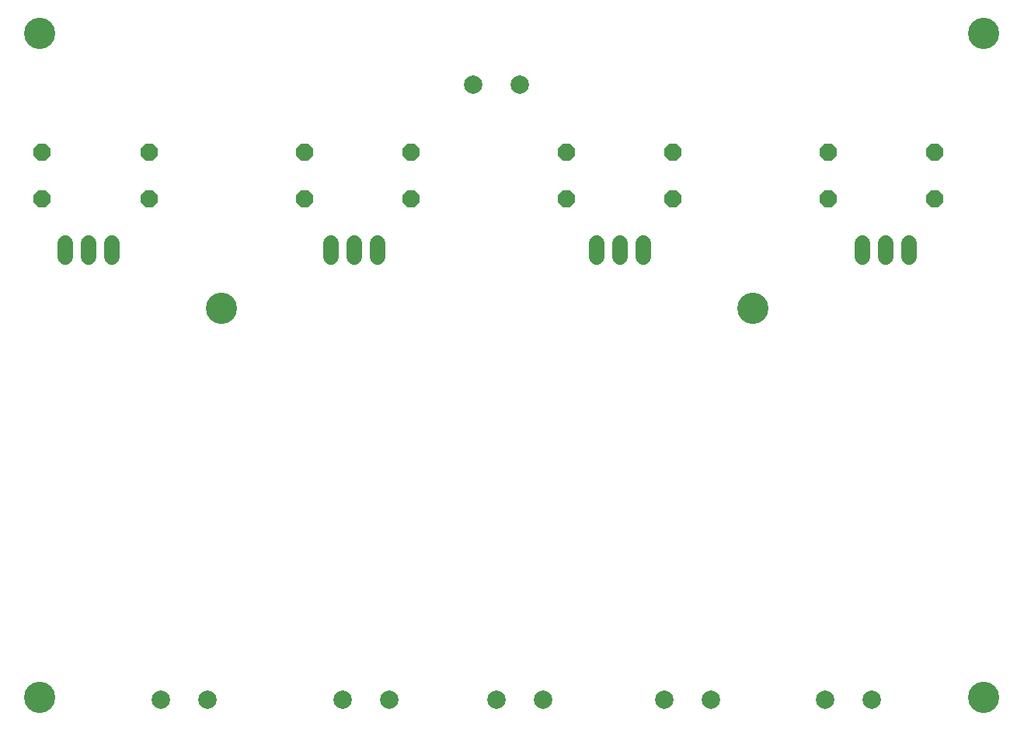
<source format=gbr>
G04 EAGLE Gerber RS-274X export*
G75*
%MOMM*%
%FSLAX34Y34*%
%LPD*%
%INSoldermask Bottom*%
%IPPOS*%
%AMOC8*
5,1,8,0,0,1.08239X$1,22.5*%
G01*
G04 Define Apertures*
%ADD10C,3.403600*%
%ADD11C,1.727200*%
%ADD12P,1.95198X8X292.5*%
%ADD13P,1.95198X8X112.5*%
%ADD14C,2.003200*%
D10*
X1104900Y25400D03*
X1104900Y749300D03*
X76200Y749300D03*
X76200Y25400D03*
X853440Y449580D03*
X274320Y449580D03*
D11*
X444500Y505460D02*
X444500Y520700D01*
X419100Y520700D02*
X419100Y505460D01*
X393700Y505460D02*
X393700Y520700D01*
X734060Y520700D02*
X734060Y505460D01*
X708660Y505460D02*
X708660Y520700D01*
X683260Y520700D02*
X683260Y505460D01*
X154940Y505460D02*
X154940Y520700D01*
X129540Y520700D02*
X129540Y505460D01*
X104140Y505460D02*
X104140Y520700D01*
D12*
X765991Y619034D03*
X765991Y568234D03*
X649877Y619034D03*
X649877Y568234D03*
X364309Y619034D03*
X364309Y568234D03*
X78740Y619034D03*
X78740Y568234D03*
X194854Y619034D03*
X194854Y568234D03*
X480423Y619034D03*
X480423Y568234D03*
D11*
X1023620Y520700D02*
X1023620Y505460D01*
X998220Y505460D02*
X998220Y520700D01*
X972820Y520700D02*
X972820Y505460D01*
D13*
X1051560Y568234D03*
X1051560Y619034D03*
X935446Y568234D03*
X935446Y619034D03*
D14*
X259080Y22860D03*
X208280Y22860D03*
X457200Y22860D03*
X406400Y22860D03*
X624840Y22860D03*
X574040Y22860D03*
X982980Y22860D03*
X932180Y22860D03*
X807720Y22860D03*
X756920Y22860D03*
X548640Y693420D03*
X599440Y693420D03*
M02*

</source>
